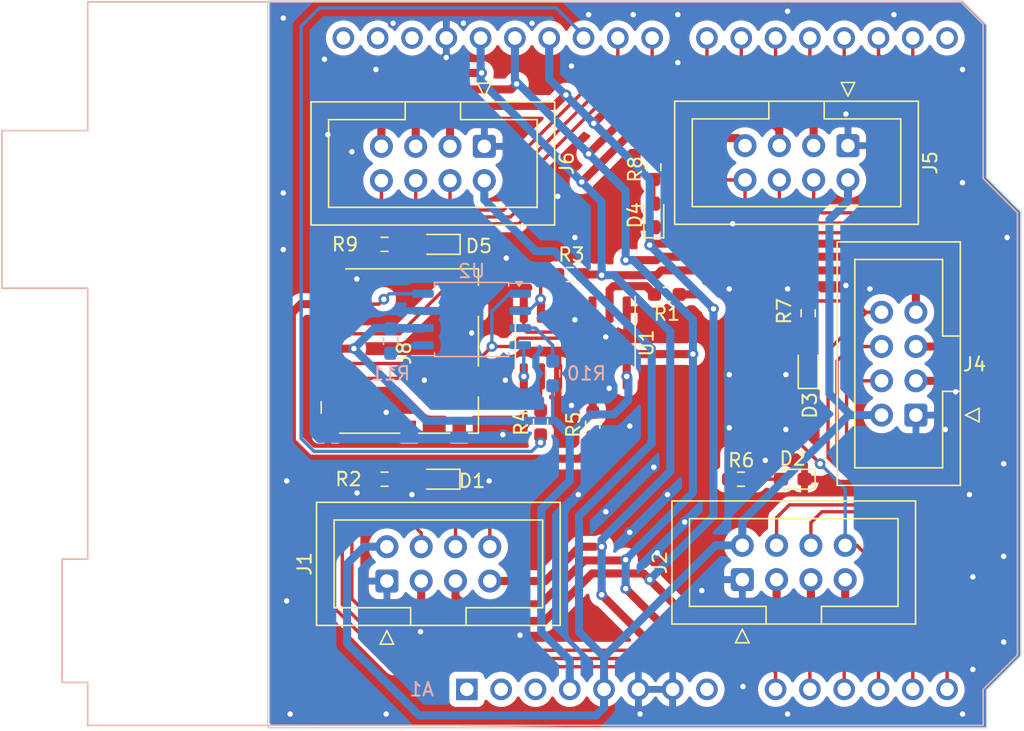
<source format=kicad_pcb>
(kicad_pcb (version 20240108) (generator "pcbnew") (generator_version "8.0")
  (layers (0 "F.Cu" signal) (31 "B.Cu" signal) (34 "B.Paste" user) (35 "F.Paste" user) (36 "B.SilkS" user "B.Silkscreen") (37 "F.SilkS" user "F.Silkscreen") (38 "B.Mask" user) (39 "F.Mask" user) (44 "Edge.Cuts" user))
  (net 0 "")
  (net 4 "+3V3")
  (net 5 "GND")
  (net 6 "CS1")
  (net 9 "RST4")
  (net 10 "RST5")
  (net 11 "MOSI")
  (net 12 "MISO")
  (net 13 "SCK")
  (net 14 "Net-(D1-A)")
  (net 19 "CS1_1")
  (net 20 "MOSI_1")
  (net 21 "SCK_1")
  (net 22 "MISO_1")
  (net 23 "Net-(R1-Pad2)")
  (net 24 "CS2")
  (net 25 "Net-(R3-Pad2)")
  (net 26 "Net-(R4-Pad2)")
  (net 27 "Net-(R5-Pad2)")
  (net 28 "+5V")
  (net 29 "Net-(D2-A)")
  (net 30 "Net-(D3-A)")
  (net 31 "Net-(D4-A)")
  (net 32 "Net-(D5-A)")
  (net 33 "INT1")
  (net 34 "CS3")
  (net 35 "INT2")
  (net 36 "INT3")
  (net 37 "CS4")
  (net 38 "INT4")
  (net 39 "CS5")
  (net 40 "INT5")
  (net 41 "CS6")
  (net 42 "RST3")
  (net 43 "RST1")
  (net 44 "RST2")
  (net 48 "Net-(U2-~{RESET})")
  (net 49 "Net-(U2-~{WP})")
  (footprint "Resistor_SMD:R_0603_1608Metric_Pad0.98x0.95mm_HandSolder" (layer "F.Cu") (at 149.606 56.642 90)
    (property "Reference" "R4")
    (property "Value" "3.3k")
  )
  (footprint "Resistor_SMD:R_0603_1608Metric_Pad0.98x0.95mm_HandSolder" (layer "F.Cu") (at 169.418 48.5375 -90)
    (property "Reference" "R7")
    (property "Value" "1k" (hide yes))
  )
  (footprint "Connector_IDC:IDC-Header_2x04_P2.54mm_Vertical" (layer "F.Cu") (at 138.2268 68.3768 90)
    (property "Reference" "J1")
    (property "Value" "Conn_02x04_Counter_Clockwise" (hide yes))
  )
  (footprint "Connector_IDC:IDC-Header_2x04_P2.54mm_Vertical" (layer "F.Cu") (at 172.3644 36.1188 -90)
    (property "Reference" "J5")
    (property "Value" "Conn_02x04_Counter_Clockwise" (hide yes))
  )
  (footprint "Connector_IDC:IDC-Header_2x04_P2.54mm_Vertical" (layer "F.Cu") (at 164.5412 68.2752 90)
    (property "Reference" "J2")
    (property "Value" "Conn_02x04_Counter_Clockwise" (hide yes))
  )
  (footprint "Resistor_SMD:R_0603_1608Metric_Pad0.98x0.95mm_HandSolder" (layer "F.Cu") (at 151.7904 45.6692 180)
    (property "Reference" "R3")
    (property "Value" "3.3k")
  )
  (footprint "Resistor_SMD:R_0603_1608Metric_Pad0.98x0.95mm_HandSolder" (layer "F.Cu") (at 158.9532 47.1424 180)
    (property "Reference" "R1")
    (property "Value" "3.3k")
  )
  (footprint "Connector_Card:microSD_HC_Molex_104031-0811" (layer "F.Cu") (at 139.181 51.355 90)
    (property "Reference" "J8")
    (property "Value" "Micro_SD_Card_Det2" (hide yes))
  )
  (footprint "LED_SMD:LED_0603_1608Metric_Pad1.05x0.95mm_HandSolder" (layer "F.Cu") (at 141.986 43.434 180)
    (property "Reference" "D5")
    (property "Value" "LED" (hide yes))
  )
  (footprint "Package_SO:SOIC-14_3.9x8.7mm_P1.27mm" (layer "F.Cu") (at 152.1734 50.741 -90)
    (property "Reference" "U1")
    (property "Value" "74LVC125")
  )
  (footprint "LED_SMD:LED_0603_1608Metric_Pad1.05x0.95mm_HandSolder" (layer "F.Cu") (at 157.988 41.289 90)
    (property "Reference" "D4")
    (property "Value" "LED" (hide yes))
  )
  (footprint "Connector_IDC:IDC-Header_2x04_P2.54mm_Vertical" (layer "F.Cu") (at 145.4404 36.1696 -90)
    (property "Reference" "J6")
    (property "Value" "Conn_02x04_Counter_Clockwise")
  )
  (footprint "Connector_IDC:IDC-Header_2x04_P2.54mm_Vertical" (layer "F.Cu") (at 177.3936 56.0832 180)
    (property "Reference" "J4")
    (property "Value" "Conn_02x04_Counter_Clockwise" (hide yes))
  )
  (footprint "LED_SMD:LED_0603_1608Metric_Pad1.05x0.95mm_HandSolder" (layer "F.Cu") (at 168.275 60.833 180)
    (property "Reference" "D2")
    (property "Value" "LED" (hide yes))
  )
  (footprint "Resistor_SMD:R_0603_1608Metric_Pad0.98x0.95mm_HandSolder" (layer "F.Cu") (at 138.049 60.833)
    (property "Reference" "R2")
    (property "Value" "1k")
  )
  (footprint "Resistor_SMD:R_0603_1608Metric_Pad0.98x0.95mm_HandSolder" (layer "F.Cu") (at 164.4415 60.833)
    (property "Reference" "R6")
    (property "Value" "1k" (hide yes))
  )
  (footprint "LED_SMD:LED_0603_1608Metric_Pad1.05x0.95mm_HandSolder" (layer "F.Cu") (at 169.418 52.451 90)
    (property "Reference" "D3")
    (property "Value" "LED" (hide yes))
  )
  (footprint "LED_SMD:LED_0603_1608Metric_Pad1.05x0.95mm_HandSolder" (layer "F.Cu") (at 141.972 60.833 180)
    (property "Reference" "D1")
    (property "Value" "LED" (hide yes))
  )
  (footprint "Resistor_SMD:R_0603_1608Metric_Pad0.98x0.95mm_HandSolder" (layer "F.Cu") (at 138.049 43.434)
    (property "Reference" "R9")
    (property "Value" "1k" (hide yes))
  )
  (footprint "Resistor_SMD:R_0603_1608Metric_Pad0.98x0.95mm_HandSolder" (layer "F.Cu") (at 157.988 37.719 -90)
    (property "Reference" "R8")
    (property "Value" "1k" (hide yes))
  )
  (footprint "Resistor_SMD:R_0603_1608Metric_Pad0.98x0.95mm_HandSolder" (layer "F.Cu") (at 153.4668 56.7944 90)
    (property "Reference" "R5")
    (property "Value" "3.3k")
  )
  (footprint "Module:Arduino_UNO_R3" (layer "B.Cu") (at 144.145 76.4032)
    (property "Reference" "A1")
    (property "Value" "Arduino_UNO_R3")
  )
  (footprint "Package_SO:SOIC-8_5.275x5.275mm_P1.27mm" (layer "B.Cu") (at 144.5 49 180)
    (property "Reference" "U2")
    (property "Value" "AT45DB641E")
  )
  (footprint "Resistor_SMD:R_0603_1608Metric_Pad0.98x0.95mm_HandSolder" (layer "B.Cu") (at 138.5 50.5875 -90)
    (property "Reference" "R11")
    (property "Value" "10k")
  )
  (footprint "Resistor_SMD:R_0603_1608Metric_Pad0.98x0.95mm_HandSolder" (layer "B.Cu") (at 150.5 53 -90)
    (property "Reference" "R10")
    (property "Value" "10k")
  )
  (gr_line (start 182.626 38.481) (end 185.166 41.021) (stroke (width 0.1)) (layer "Edge.Cuts"))
  (gr_line (start 129.413 25.4) (end 180.848 25.4) (stroke (width 0.1)) (layer "Edge.Cuts"))
  (gr_line (start 185.166 41.021) (end 185.166 73.914) (stroke (width 0.1)) (layer "Edge.Cuts"))
  (gr_line (start 182.626 76.454) (end 182.626 79.248) (stroke (width 0.1)) (layer "Edge.Cuts"))
  (gr_line (start 180.848 25.4) (end 182.626 27.178) (stroke (width 0.1)) (layer "Edge.Cuts"))
  (gr_line (start 182.626 27.178) (end 182.626 38.481) (stroke (width 0.1)) (layer "Edge.Cuts"))
  (gr_line (start 129.413 79.248) (end 129.413 25.4) (stroke (width 0.1)) (layer "Edge.Cuts"))
  (gr_line (start 182.626 79.248) (end 129.413 79.248) (stroke (width 0.1)) (layer "Edge.Cuts"))
  (gr_line (start 185.166 73.914) (end 182.626 76.454) (stroke (width 0.1)) (layer "Edge.Cuts"))
  (segment (start 133.731 51.16) (end 135.784 51.16) (width 0.6) (layer "F.Cu") (net 4))
  (segment (start 135.784 51.16) (end 135.7884 51.1556) (width 0.6) (layer "F.Cu") (net 4))
  (via (at 155.9834 53.216) (size 0.8) (drill 0.4) (layers "F.Cu" "B.Cu") (net 4))
  (via (at 135.7884 51.1556) (size 0.8) (drill 0.4) (layers "F.Cu" "B.Cu") (net 4))
  (segment (start 149.6568 72.136) (end 149.6568 63.0428) (width 0.6) (layer "B.Cu") (net 4))
  (segment (start 155.0416 56.0324) (end 156.1084 54.9656) (width 0.6) (layer "B.Cu") (net 4))
  (segment (start 145 56.5) (end 141.1328 56.5) (width 0.6) (layer "B.Cu") (net 4))
  (segment (start 156.1084 54.9656) (end 156.1084 53.341) (width 0.6) (layer "B.Cu") (net 4))
  (segment (start 138.5 49.675) (end 140.86 49.675) (width 0.6) (layer "B.Cu") (net 4))
  (segment (start 153.3144 56.0324) (end 155.0416 56.0324) (width 0.6) (layer "B.Cu") (net 4))
  (segment (start 137.309 49.635) (end 140.9 49.635) (width 0.6) (layer "B.Cu") (net 4))
  (segment (start 150.6832 56.5) (end 145 56.5) (width 0.6) (layer "B.Cu") (net 4))
  (segment (start 151.765 74.2442) (end 149.6568 72.136) (width 0.6) (layer "B.Cu") (net 4))
  (segment (start 151.765 57.5818) (end 150.6832 56.5) (width 0.6) (layer "B.Cu") (net 4))
  (segment (start 151.765 60.9346) (end 151.765 57.5818) (width 0.6) (layer "B.Cu") (net 4))
  (segment (start 144.9125 56.4125) (end 145 56.5) (width 0.25) (layer "B.Cu") (net 4))
  (segment (start 149.6568 63.0428) (end 151.765 60.9346) (width 0.6) (layer "B.Cu") (net 4))
  (segment (start 151.765 57.5818) (end 153.3144 56.0324) (width 0.6) (layer "B.Cu") (net 4))
  (segment (start 135.7884 51.1556) (end 137.309 49.635) (width 0.6) (layer "B.Cu") (net 4))
  (segment (start 156.1084 53.341) (end 155.9834 53.216) (width 0.6) (layer "B.Cu") (net 4))
  (segment (start 151.765 76.4032) (end 151.765 74.2442) (width 0.6) (layer "B.Cu") (net 4))
  (segment (start 150.5 53.9125) (end 150.5 56.3168) (width 0.25) (layer "B.Cu") (net 4))
  (segment (start 140.86 49.675) (end 140.9 49.635) (width 0.6) (layer "B.Cu") (net 4))
  (segment (start 141.1328 56.5) (end 135.7884 51.1556) (width 0.6) (layer "B.Cu") (net 4))
  (segment (start 150.5 56.3168) (end 150.6832 56.5) (width 0.25) (layer "B.Cu") (net 4))
  (segment (start 148.59 49.9364) (end 151.892 49.9364) (width 0.25) (layer "F.Cu") (net 5))
  (segment (start 148.3634 48.266) (end 148.3634 48.9946) (width 0.25) (layer "F.Cu") (net 5))
  (segment (start 148.3634 49.0494) (end 148.3634 49.7098) (width 0.25) (layer "F.Cu") (net 5))
  (segment (start 152.146 49.022) (end 152.1734 48.9946) (width 0.25) (layer "F.Cu") (net 5))
  (segment (start 155.9834 49.7566) (end 155.9834 48.266) (width 0.25) (layer "F.Cu") (net 5))
  (segment (start 153.645996 50.292) (end 153.101596 50.8364) (width 0.25) (layer "F.Cu") (net 5))
  (segment (start 152.1734 49.0494) (end 152.146 49.022) (width 0.25) (layer "F.Cu") (net 5))
  (segment (start 152.1734 48.9946) (end 152.1734 48.266) (width 0.25) (layer "F.Cu") (net 5))
  (segment (start 148.336 49.022) (end 148.3634 49.0494) (width 0.25) (layer "F.Cu") (net 5))
  (segment (start 154.432 50.292) (end 153.645996 50.292) (width 0.25) (layer "F.Cu") (net 5))
  (segment (start 151.892 49.9364) (end 152.1734 49.655) (width 0.25) (layer "F.Cu") (net 5))
  (segment (start 150.9034 51.687) (end 151.754 50.8364) (width 0.25) (layer "F.Cu") (net 5))
  (segment (start 148.3634 48.9946) (end 148.336 49.022) (width 0.25) (layer "F.Cu") (net 5))
  (segment (start 148.3634 49.7098) (end 148.59 49.9364) (width 0.25) (layer "F.Cu") (net 5))
  (segment (start 151.754 50.8364) (end 153.101596 50.8364) (width 0.25) (layer "F.Cu") (net 5))
  (segment (start 154.432 50.292) (end 155.448 50.292) (width 0.25) (layer "F.Cu") (net 5))
  (segment (start 152.1734 49.655) (end 152.1734 49.0494) (width 0.25) (layer "F.Cu") (net 5))
  (segment (start 150.9034 53.216) (end 150.9034 51.687) (width 0.25) (layer "F.Cu") (net 5))
  (segment (start 155.448 50.292) (end 155.9834 49.7566) (width 0.25) (layer "F.Cu") (net 5))
  (via (at 160.274 64.008) (size 0.8) (drill 0.4) (layers "F.Cu" "B.Cu") (net 5))
  (via (at 153.162 26.416) (size 0.8) (drill 0.4) (layers "F.Cu" "B.Cu") (net 5))
  (via (at 156.21 64.77) (size 0.8) (drill 0.4) (layers "F.Cu" "B.Cu") (net 5))
  (via (at 138.176 78.232) (size 0.8) (drill 0.4) (layers "F.Cu" "B.Cu") (net 5))
  (via (at 167.767 57.15) (size 0.8) (drill 0.4) (layers "F.Cu" "B.Cu") (net 5))
  (via (at 163.576 46.736) (size 0.8) (drill 0.4) (layers "F.Cu" "B.Cu") (net 5))
  (via (at 152.4 61.976) (size 0.8) (drill 0.4) (layers "F.Cu" "B.Cu") (net 5))
  (via (at 175.768 26.416) (size 0.8) (drill 0.4) (layers "F.Cu" "B.Cu") (net 5))
  (via (at 181.61 74.93) (size 0.8) (drill 0.4) (layers "F.Cu" "B.Cu") (net 5))
  (via (at 152.146 49.022) (size 0.8) (drill 0.4) (layers "F.Cu" "B.Cu") (net 5))
  (via (at 164.592 76.2) (size 0.8) (drill 0.4) (layers "F.Cu" "B.Cu") (net 5))
  (via (at 154.686 54.102) (size 0.8) (drill 0.4) (layers "F.Cu" "B.Cu") (net 5))
  (via (at 159.766 29.972) (size 0.8) (drill 0.4) (layers "F.Cu" "B.Cu") (net 5))
  (via (at 148.971 27.051) (size 0.8) (drill 0.4) (layers "F.Cu" "B.Cu") (net 5))
  (via (at 133.858 35.306) (size 0.8) (drill 0.4) (layers "F.Cu" "B.Cu") (net 5))
  (via (at 133.604 29.718) (size 0.8) (drill 0.4) (layers "F.Cu" "B.Cu") (net 5))
  (via (at 144.5 50) (size 0.8) (drill 0.4) (layers "F.Cu" "B.Cu") (net 5))
  (via (at 156.972 78.232) (size 0.8) (drill 0.4) (layers "F.Cu" "B.Cu") (net 5))
  (via (at 157.988 59.944) (size 0.8) (drill 0.4) (layers "F.Cu" "B.Cu") (net 5))
  (via (at 159.004 61.976) (size 0.8) (drill 0.4) (layers "F.Cu" "B.Cu") (net 5))
  (via (at 180.848 78.232) (size 0.8) (drill 0.4) (layers "F.Cu" "B.Cu") (net 5))
  (via (at 142.621 29.591) (size 0.8) (drill 0.4) (layers "F.Cu" "B.Cu") (net 5))
  (via (at 181.356 61.976) (size 0.8) (drill 0.4) (layers "F.Cu" "B.Cu") (net 5))
  (via (at 141 53.5) (size 0.8) (drill 0.4) (layers "F.Cu" "B.Cu") (net 5))
  (via (at 172.212 46.482) (size 0.8) (drill 0.4) (layers "F.Cu" "B.Cu") (net 5))
  (via (at 136 46) (size 0.8) (drill 0.4) (layers "F.Cu" "B.Cu") (net 5))
  (via (at 163.576 53.086) (size 0.8) (drill 0.4) (layers "F.Cu" "B.Cu") (net 5))
  (via (at 130.556 26.67) (size 0.8) (drill 0.4) (layers "F.Cu" "B.Cu") (net 5))
  (via (at 154.432 63.246) (size 0.8) (drill 0.4) (layers "F.Cu" "B.Cu") (net 5))
  (via (at 151.892 55.372) (size 0.8) (drill 0.4) (layers "F.Cu" "B.Cu") (net 5))
  (via (at 143.891 27.051) (size 0.8) (drill 0.4) (layers "F.Cu" "B.Cu") (net 5))
  (via (at 140.081 61.976) (size 0.8) (drill 0.4) (layers "F.Cu" "B.Cu") (net 5))
  (via (at 138.176 55.88) (size 0.8) (drill 0.4) (layers "F.Cu" "B.Cu") (net 5))
  (via (at 154.432 50.292) (size 0.8) (drill 0.4) (layers "F.Cu" "B.Cu") (net 5))
  (via (at 158.242 66.294) (size 0.8) (drill 0.4) (layers "F.Cu" "B.Cu") (net 5))
  (via (at 166.243 59.436) (size 0.8) (drill 0.4) (layers "F.Cu" "B.Cu") (net 5))
  (via (at 135.636 36.576) (size 0.8) (drill 0.4) (layers "F.Cu" "B.Cu") (net 5))
  (via (at 183.896 72.898) (size 0.8) (drill 0.4) (layers "F.Cu" "B.Cu") (net 5))
  (via (at 167.894 46.736) (size 0.8) (drill 0.4) (layers "F.Cu" "B.Cu") (net 5))
  (via (at 136.017 61.849) (size 0.8) (drill 0.4) (layers "F.Cu" "B.Cu") (net 5))
  (via (at 172.212 33.782) (size 0.8) (drill 0.4) (layers "F.Cu" "B.Cu") (net 5))
  (via (at 184.15 42.926) (size 0.8) (drill 0.4) (layers "F.Cu" "B.Cu") (net 5))
  (via (at 163.83 41.91) (size 0.8) (drill 0.4) (layers "F.Cu" "B.Cu") (net 5))
  (via (at 167.767 53.086) (size 0.8) (drill 0.4) (layers "F.Cu" "B.Cu") (net 5))
  (via (at 173.99 46.736) (size 0.8) (drill 0.4) (layers "F.Cu" "B.Cu") (net 5))
  (via (at 147 53.5) (size 0.8) (drill 0.4) (layers "F.Cu" "B.Cu") (net 5))
  (via (at 151.892 30.226) (size 0.8) (drill 0.4) (layers "F.Cu" "B.Cu") (net 5))
  (via (at 156.21 56.896) (size 0.8) (drill 0.4) (layers "F.Cu" "B.Cu") (net 5))
  (via (at 145.796 60.96) (size 0.8) (drill 0.4) (layers "F.Cu" "B.Cu") (net 5))
  (via (at 156.464 26.416) (size 0.8) (drill 0.4) (layers "F.Cu" "B.Cu") (net 5))
  (via (at 150.876 39.878) (size 0.8) (drill 0.4) (layers "F.Cu" "B.Cu") (net 5))
  (via (at 152.146 42.926) (size 0.8) (drill 0.4) (layers "F.Cu" "B.Cu") (net 5))
  (via (at 159.766 26.416) (size 0.8) (drill 0.4) (layers "F.Cu" "B.Cu") (net 5))
  (via (at 130.556 43.815) (size 0.8) (drill 0.4) (layers "F.Cu" "B.Cu") (net 5))
  (via (at 147.066 44.45) (size 0.8) (drill 0.4) (layers "F.Cu" "B.Cu") (net 5))
  (via (at 130.81 69.85) (size 0.8) (drill 0.4) (layers "F.Cu" "B.Cu") (net 5))
  (via (at 148.082 72.39) (size 0.8) (drill 0.4) (layers "F.Cu" "B.Cu") (net 5))
  (via (at 167.894 78.232) (size 0.8) (drill 0.4) (layers "F.Cu" "B.Cu") (net 5))
  (via (at 131.064 78.232) (size 0.8) (drill 0.4) (layers "F.Cu" "B.Cu") (net 5))
  (via (at 138.684 27.051) (size 0.8) (drill 0.4) (layers "F.Cu" "B.Cu") (net 5))
  (via (at 163.576 57.023) (size 0.8) (drill 0.4) (layers "F.Cu" "B.Cu") (net 5))
  (via (at 130.81 60.96) (size 0.8) (drill 0.4) (layers "F.Cu" "B.Cu") (net 5))
  (via (at 137.414 30.48) (size 0.8) (drill 0.4) (layers "F.Cu" "B.Cu") (net 5))
  (via (at 183.896 59.69) (size 0.8) (drill 0.4) (layers "F.Cu" "B.Cu") (net 5))
  (via (at 180.34 54.356) (size 0.8) (drill 0.4) (layers "F.Cu" "B.Cu") (net 5))
  (via (at 180.848 38.862) (size 0.8) (drill 0.4) (layers "F.Cu" "B.Cu") (net 5))
  (via (at 140.716 72.136) (size 0.8) (drill 0.4) (layers "F.Cu" "B.Cu") (net 5))
  (via (at 183.896 66.548) (size 0.8) (drill 0.4) (layers "F.Cu" "B.Cu") (net 5))
  (via (at 180.848 30.48) (size 0.8) (drill 0.4) (layers "F.Cu" "B.Cu") (net 5))
  (via (at 179.578 57.15) (size 0.8) (drill 0.4) (layers "F.Cu" "B.Cu") (net 5))
  (via (at 130.556 39.624) (size 0.8) (drill 0.4) (layers "F.Cu" "B.Cu") (net 5))
  (via (at 161.544 69.088) (size 0.8) (drill 0.4) (layers "F.Cu" "B.Cu") (net 5))
  (via (at 167.894 26.162) (size 0.8) (drill 0.4) (layers "F.Cu" "B.Cu") (net 5))
  (via (at 146.812 57.531) (size 0.8) (drill 0.4) (layers "F.Cu" "B.Cu") (net 5))
  (via (at 181.61 68.072) (size 0.8) (drill 0.4) (layers "F.Cu" "B.Cu") (net 5))
  (segment (start 143.151 48.365) (end 147.066 44.45) (width 0.6) (layer "B.Cu") (net 5))
  (segment (start 140.9 48.365) (end 143.151 48.365) (width 0.6) (layer "B.Cu") (net 5))
  (via (at 149.606 58.1152) (size 0.8) (drill 0.4) (layers "F.Cu" "B.Cu") (net 6))
  (segment (start 152.785 28.1432) (end 152.785 27.944) (width 0.25) (layer "B.Cu") (net 6))
  (segment (start 152.785 27.944) (end 150.749 25.908) (width 0.25) (layer "B.Cu") (net 6))
  (segment (start 131.8768 27.2796) (end 131.8768 57.8104) (width 0.25) (layer "B.Cu") (net 6))
  (segment (start 133.2484 25.908) (end 131.8768 27.2796) (width 0.25) (layer "B.Cu") (net 6))
  (segment (start 131.8768 57.8104) (end 132.842 58.7756) (width 0.25) (layer "B.Cu") (net 6))
  (segment (start 150.749 25.908) (end 133.2484 25.908) (width 0.25) (layer "B.Cu") (net 6))
  (segment (start 148.9456 58.7756) (end 149.606 58.1152) (width 0.25) (layer "B.Cu") (net 6))
  (segment (start 132.842 58.7756) (end 148.9456 58.7756) (width 0.25) (layer "B.Cu") (net 6))
  (segment (start 175.6664 40.7924) (end 174.5996 41.8592) (width 0.25) (layer "F.Cu") (net 9))
  (segment (start 167.005 31.4706) (end 167.4368 31.9024) (width 0.25) (layer "F.Cu") (net 9))
  (segment (start 174.244 31.9024) (end 175.6664 33.3248) (width 0.25) (layer "F.Cu") (net 9))
  (segment (start 167.4368 31.9024) (end 174.244 31.9024) (width 0.25) (layer "F.Cu") (net 9))
  (segment (start 169.0116 41.8592) (end 167.2844 40.132) (width 0.25) (layer "F.Cu") (net 9))
  (segment (start 167.2844 40.132) (end 167.2844 38.6588) (width 0.25) (layer "F.Cu") (net 9))
  (segment (start 174.5996 41.8592) (end 169.0116 41.8592) (width 0.25) (layer "F.Cu") (net 9))
  (segment (start 175.6664 33.3248) (end 175.6664 40.7924) (width 0.25) (layer "F.Cu") (net 9))
  (segment (start 167.005 28.1432) (end 167.005 31.4706) (width 0.25) (layer "F.Cu") (net 9))
  (segment (start 157.865 28.1432) (end 157.865 29.587) (width 0.25) (layer "F.Cu") (net 10))
  (segment (start 157.0664 30.3856) (end 155.5424 30.3856) (width 0.25) (layer "F.Cu") (net 10))
  (segment (start 148.7932 39.9796) (end 147.3708 41.402) (width 0.25) (layer "F.Cu") (net 10))
  (segment (start 155.5424 30.3856) (end 148.7932 37.1348) (width 0.25) (layer "F.Cu") (net 10))
  (segment (start 148.7932 37.1348) (end 148.7932 39.9796) (width 0.25) (layer "F.Cu") (net 10))
  (segment (start 140.3604 40.7924) (end 140.3604 38.7096) (width 0.25) (layer "F.Cu") (net 10))
  (segment (start 147.3708 41.402) (end 140.97 41.402) (width 0.25) (layer "F.Cu") (net 10))
  (segment (start 140.97 41.402) (end 140.3604 40.7924) (width 0.25) (layer "F.Cu") (net 10))
  (segment (start 157.865 29.587) (end 157.0664 30.3856) (width 0.25) (layer "F.Cu") (net 10))
  (segment (start 144.2212 33.1724) (end 150.622 33.1724) (width 0.6) (layer "F.Cu") (net 11))
  (segment (start 180.4924 45.5676) (end 178.308 43.3832) (width 0.6) (layer "F.Cu") (net 11))
  (segment (start 153.416 67.818) (end 157.226 67.818) (width 0.6) (layer "F.Cu") (net 11))
  (segment (start 157.7848 43.3832) (end 157.6832 43.4848) (width 0.6) (layer "F.Cu") (net 11))
  (segment (start 157.226 67.818) (end 157.6832 68.2752) (width 0.6) (layer "F.Cu") (net 11))
  (segment (start 168.5544 33.4772) (end 154.5336 33.4772) (width 0.6) (layer "F.Cu") (net 11))
  (segment (start 142.9004 36.1696) (end 142.9004 34.4932) (width 0.6) (layer "F.Cu") (net 11))
  (segment (start 140.7668 68.3768) (end 140.7668 69.7992) (width 0.6) (layer "F.Cu") (net 11))
  (segment (start 169.8244 34.7472) (end 168.5544 33.4772) (width 0.6) (layer "F.Cu") (net 11))
  (segment (start 142.3036 71.336) (end 149.898 71.336) (width 0.6) (layer "F.Cu") (net 11))
  (segment (start 166.2176 70.8152) (end 160.2232 70.8152) (width 0.6) (layer "F.Cu") (net 11))
  (segment (start 142.9004 34.4932) (end 144.2212 33.1724) (width 0.6) (layer "F.Cu") (net 11))
  (segment (start 161.3408 47.1424) (end 162.4076 48.2092) (width 0.6) (layer "F.Cu") (net 11))
  (segment (start 167.0812 69.9516) (end 166.2176 70.8152) (width 0.6) (layer "F.Cu") (net 11))
  (segment (start 159.8657 47.1424) (end 161.3408 47.1424) (width 0.6) (layer "F.Cu") (net 11))
  (segment (start 178.9684 53.5432) (end 180.4924 52.0192) (width 0.6) (layer "F.Cu") (net 11))
  (segment (start 140.7668 69.7992) (end 142.3036 71.336) (width 0.6) (layer "F.Cu") (net 11))
  (segment (start 167.0812 68.2752) (end 167.0812 69.9516) (width 0.6) (layer "F.Cu") (net 11))
  (segment (start 149.898 71.336) (end 153.416 67.818) (width 0.6) (layer "F.Cu") (net 11))
  (segment (start 160.2232 70.8152) (end 157.6832 68.2752) (width 0.6) (layer "F.Cu") (net 11))
  (segment (start 180.4924 52.0192) (end 180.4924 45.5676) (width 0.6) (layer "F.Cu") (net 11))
  (segment (start 169.8244 36.1188) (end 169.8244 34.7472) (width 0.6) (layer "F.Cu") (net 11))
  (segment (start 177.3936 53.5432) (end 178.9684 53.5432) (width 0.6) (layer "F.Cu") (net 11))
  (segment (start 154.5336 33.4772) (end 153.543 34.4678) (width 0.6) (layer "F.Cu") (net 11))
  (segment (start 178.308 43.3832) (end 157.7848 43.3832) (width 0.6) (layer "F.Cu") (net 11))
  (segment (start 150.622 33.1724) (end 151.4348 32.3596) (width 0.6) (layer "F.Cu") (net 11))
  (via (at 153.543 34.4678) (size 0.8) (drill 0.4) (layers "F.Cu" "B.Cu") (net 11))
  (via (at 162.4076 48.2092) (size 0.8) (drill 0.4) (layers "F.Cu" "B.Cu") (net 11))
  (via (at 157.6832 68.2752) (size 0.8) (drill 0.4) (layers "F.Cu" "B.Cu") (net 11))
  (via (at 157.6832 43.4848) (size 0.8) (drill 0.4) (layers "F.Cu" "B.Cu") (net 11))
  (via (at 151.4856 32.3596) (size 0.8) (drill 0.4) (layers "F.Cu" "B.Cu") (net 11))
  (segment (start 157.6832 38.608) (end 157.6832 43.4848) (width 0.6) (layer "B.Cu") (net 11))
  (segment (start 153.543 34.4678) (end 157.6832 38.608) (width 0.6) (layer "B.Cu") (net 11))
  (segment (start 157.6832 43.4848) (end 162.4076 48.2092) (width 0.6) (layer "B.Cu") (net 11))
  (segment (start 162.4076 63.5508) (end 157.6832 68.2752) (width 0.6) (layer "B.Cu") (net 11))
  (segment (start 150.245 31.1698) (end 153.543 34.4678) (width 0.6) (layer "B.Cu") (net 11))
  (segment (start 150.245 28.1432) (end 150.245 31.1698) (width 0.6) (layer "B.Cu") (net 11))
  (segment (start 162.4076 48.2092) (end 162.4076 63.5508) (width 0.6) (layer "B.Cu") (net 11))
  (segment (start 152.1734 52.2966) (end 152.908 51.562) (width 0.6) (layer "F.Cu") (net 12))
  (segment (start 149.606 70.104) (end 152.8572 66.8528) (width 0.6) (layer "F.Cu") (net 12))
  (segment (start 166.7764 34.4424) (end 155.448 34.4424) (width 0.6) (layer "F.Cu") (net 12))
  (segment (start 152.8572 66.8528) (end 155.8544 66.8528) (width 0.6) (layer "F.Cu") (net 12))
  (segment (start 140.3604 36.1696) (end 140.3604 33.782) (width 0.6) (layer "F.Cu") (net 12))
  (segment (start 155.448 34.4424) (end 153.162 36.7284) (width 0.6) (layer "F.Cu") (net 12))
  (segment (start 143.3068 69.5452) (end 143.8656 70.104) (width 0.6) (layer "F.Cu") (net 12))
  (segment (start 158.4452 44.3484) (end 158.1912 44.6024) (width 0.6) (layer "F.Cu") (net 12))
  (segment (start 179.5272 46.5328) (end 177.3428 44.3484) (width 0.6) (layer "F.Cu") (net 12))
  (segment (start 179.5272 50.5968) (end 179.5272 46.5328) (width 0.6) (layer "F.Cu") (net 12))
  (segment (start 155.8544 66.8528) (end 155.9052 66.802) (width 0.6) (layer "F.Cu") (net 12))
  (segment (start 167.2844 36.1188) (end 167.2844 34.9504) (width 0.6) (layer "F.Cu") (net 12))
  (segment (start 167.2844 34.9504) (end 166.7764 34.4424) (width 0.6) (layer "F.Cu") (net 12))
  (segment (start 179.1208 51.0032) (end 179.5272 50.5968) (width 0.6) (layer "F.Cu") (net 12))
  (segment (start 140.3604 33.782) (end 142.1892 31.9532) (width 0.6) (layer "F.Cu") (net 12))
  (segment (start 168.0972 71.8312) (end 158.8008 71.8312) (width 0.6) (layer "F.Cu") (net 12))
  (segment (start 142.1892 31.9532) (end 147.4216 31.9532) (width 0.6) (layer "F.Cu") (net 12))
  (segment (start 147.4216 31.9532) (end 147.828 31.5468) (width 0.6) (layer "F.Cu") (net 12))
  (segment (start 169.6212 68.2752) (end 169.6212 70.3072) (width 0.6) (layer "F.Cu") (net 12))
  (segment (start 169.6212 70.3072) (end 168.0972 71.8312) (width 0.6) (layer "F.Cu") (net 12))
  (segment (start 177.3428 44.3484) (end 158.4452 44.3484) (width 0.6) (layer "F.Cu") (net 12))
  (segment (start 152.1734 53.216) (end 152.1734 52.2966) (width 0.6) (layer "F.Cu") (net 12))
  (segment (start 158.1912 44.6024) (end 155.9052 44.6024) (width 0.6) (layer "F.Cu") (net 12))
  (segment (start 177.3936 51.0032) (end 179.1208 51.0032) (width 0.6) (layer "F.Cu") (net 12))
  (segment (start 143.3068 68.3768) (end 143.3068 69.5452) (width 0.6) (layer "F.Cu") (net 12))
  (segment (start 152.908 51.562) (end 160.8836 51.562) (width 0.6) (layer "F.Cu") (net 12))
  (segment (start 143.8656 70.104) (end 149.606 70.104) (width 0.6) (layer "F.Cu") (net 12))
  (segment (start 158.8008 71.8312) (end 155.9052 68.9356) (width 0.6) (layer "F.Cu") (net 12))
  (via (at 153.162 36.7284) (size 0.8) (drill 0.4) (layers "F.Cu" "B.Cu") (net 12))
  (via (at 160.8836 51.562) (size 0.8) (drill 0.4) (layers "F.Cu" "B.Cu") (net 12))
  (via (at 147.828 31.5468) (size 0.8) (drill 0.4) (layers "F.Cu" "B.Cu") (net 12))
  (via (at 155.9052 68.9356) (size 0.8) (drill 0.4) (layers "F.Cu" "B.Cu") (net 12))
  (via (at 155.9052 44.6024) (size 0.8) (drill 0.4) (layers "F.Cu" "B.Cu") (net 12))
  (via (at 155.9052 66.802) (size 0.8) (drill 0.4) (layers "F.Cu" "B.Cu") (net 12))
  (segment (start 160.8836 49.022) (end 160.8836 51.562) (width 0.6) (layer "B.Cu") (net 12))
  (segment (start 160.8836 61.8236) (end 155.9052 66.802) (width 0.6) (layer "B.Cu") (net 12))
  (segment (start 155.9052 66.802) (end 155.9052 68.9356) (width 0.6) (layer "B.Cu") (net 12))
  (segment (start 155.9052 44.6024) (end 156.464 44.6024) (width 0.6) (layer "B.Cu") (net 12))
  (segment (start 160.8836 51.562) (end 160.8836 61.8236) (width 0.6) (layer "B.Cu") (net 12))
  (segment (start 156.464 44.6024) (end 160.8836 49.022) (width 0.6) (layer "B.Cu") (net 12))
  (segment (start 147.705 31.2714) (end 153.162 36.7284) (width 0.6) (layer "B.Cu") (net 12))
  (segment (start 155.9052 39.4716) (end 155.9052 44.6024) (width 0.6) (layer "B.Cu") (net 12))
  (segment (start 153.162 36.7284) (end 155.9052 39.4716) (width 0.6) (layer "B.Cu") (net 12))
  (segment (start 147.705 28.1432) (end 147.705 31.2714) (width 0.6) (layer "B.Cu") (net 12))
  (segment (start 172.1612 70.7644) (end 170.18 72.7456) (width 0.6) (layer "F.Cu") (net 13))
  (segment (start 176.2252 45.3644) (end 158.560571 45.3644) (width 0.6) (layer "F.Cu") (net 13))
  (segment (start 137.8204 33.262905) (end 140.349305 30.734) (width 0.6) (layer "F.Cu") (net 13))
  (segment (start 154.0764 45.6692) (end 154.1272 45.72) (width 0.6) (layer "F.Cu") (net 13))
  (segment (start 137.8204 36.1696) (end 137.8204 33.262905) (width 0.6) (layer "F.Cu") (net 13))
  (segment (start 157.48 72.7456) (end 154.1272 69.3928) (width 0.6) (layer "F.Cu") (net 13))
  (segment (start 177.3936 48.4632) (end 177.3936 46.5328) (width 0.6) (layer "F.Cu") (net 13))
  (segment (start 152.5016 65.8368) (end 153.6192 65.8368) (width 0.6) (layer "F.Cu") (net 13))
  (segment (start 172.1612 68.2752) (end 172.1612 70.7644) (width 0.6) (layer "F.Cu") (net 13))
  (segment (start 158.204971 45.72) (end 154.1272 45.72) (width 0.6) (layer "F.Cu") (net 13))
  (segment (start 149.9616 68.3768) (end 152.5016 65.8368) (width 0.6) (layer "F.Cu") (net 13))
  (segment (start 158.560571 45.3644) (end 158.204971 45.72) (width 0.6) (layer "F.Cu") (net 13))
  (segment (start 164.1856 35.56) (end 155.9052 35.56) (width 0.6) (layer "F.Cu") (net 13))
  (segment (start 164.7444 36.1188) (end 164.1856 35.56) (width 0.6) (layer "F.Cu") (net 13))
  (segment (start 177.3936 46.5328) (end 176.2252 45.3644) (width 0.6) (layer "F.Cu") (net 13))
  (segment (start 152.7029 45.6692) (end 154.0764 45.6692) (width 0.6) (layer "F.Cu") (net 13))
  (segment (start 155.9052 35.56) (end 152.654 38.8112) (width 0.6) (layer "F.Cu") (net 13))
  (segment (start 170.18 72.7456) (end 157.48 72.7456) (width 0.6) (layer "F.Cu") (net 13))
  (segment (start 140.349305 30.734) (end 145.2372 30.734) (width 0.6) (layer "F.Cu") (net 13))
  (segment (start 145.8468 68.3768) (end 149.9616 68.3768) (width 0.6) (layer "F.Cu") (net 13))
  (via (at 145.2372 30.734) (size 0.8) (drill 0.4) (layers "F.Cu" "B.Cu") (net 13))
  (via (at 152.654 38.8112) (size 0.8) (drill 0.4) (layers "F.Cu" "B.Cu") (net 13))
  (via (at 154.1272 45.72) (size 0.8) (drill 0.4) (layers "F.Cu" "B.Cu") (net 13))
  (via (at 154.1272 65.8368) (size 0.8) (drill 0.4) (layers "F.Cu" "B.Cu") (net 13))
  (via (at 154.1272 69.3928) (size 0.8) (drill 0.4) (layers "F.Cu" "B.Cu") (net 13))
  (segment (start 154.1272 40.2844) (end 154.1272 45.72) (width 0.6) (layer "B.Cu") (net 13))
  (segment (start 155.0416 45.72) (end 159.2072 49.8856) (width 0.6) (layer "B.Cu") (net 13))
  (segment (start 154.1272 65.3288) (end 154.1272 69.3928) (width 0.6) (layer "B.Cu") (net 13))
  (segment (start 159.2072 60.2488) (end 154.1272 65.3288) (width 0.6) (layer "B.Cu") (net 13))
  (segment (start 145.165 31.3222) (end 152.654 38.8112) (width 0.6) (layer "B.Cu") (net 13))
  (segment (start 152.654 38.8112) (end 154.1272 40.2844) (width 0.6) (layer "B.Cu") (net 13))
  (segment (start 145.165 30.734) (end 145.165 31.3222) (width 0.6) (layer "B.Cu") (net 13))
  (segment (start 159.2072 49.8856) (end 159.2072 60.2488) (width 0.6) (layer "B.Cu") (net 13))
  (segment (start 154.1272 45.72) (end 155.0416 45.72) (width 0.6) (layer "B.Cu") (net 13))
  (segment (start 145.165 28.1432) (end 145.165 30.734) (width 0.6) (layer "B.Cu") (net 13))
  (segment (start 138.9615 60.833) (end 141.097 60.833) (width 0.25) (layer "F.Cu") (net 14))
  (segment (start 139.339 53.36) (end 133.731 53.36) (width 0.25) (layer "F.Cu") (net 19))
  (segment (start 141.478 55.499) (end 139.339 53.36) (width 0.25) (layer "F.Cu") (net 19))
  (segment (start 148.3634 53.216) (end 148.336 53.2434) (width 0.25) (layer "F.Cu") (net 19))
  (segment (start 148.336 53.2434) (end 148.336 54.991) (width 0.25) (layer "F.Cu") (net 19))
  (segment (start 148.336 54.991) (end 147.828 55.499) (width 0.25) (layer "F.Cu") (net 19))
  (segment (start 147.828 55.499) (end 141.478 55.499) (width 0.25) (layer "F.Cu") (net 19))
  (via (at 148.3634 53.216) (size 0.8) (drill 0.4) (layers "F.Cu" "B.Cu") (net 19))
  (segment (start 148.3634 51.1684) (end 148.1 50.905) (width 0.25) (layer "B.Cu") (net 19))
  (segment (start 148.3634 53.216) (end 148.3634 51.1684) (width 0.25) (layer "B.Cu") (net 19))
  (segment (start 153.4434 49.6296) (end 153.4434 48.266) (width 0.25) (layer "F.Cu") (net 20))
  (segment (start 147.9876 50.3864) (end 152.6866 50.3864) (width 0.25) (layer "F.Cu") (net 20))
  (segment (start 152.6866 50.3864) (end 153.4434 49.6296) (width 0.25) (layer "F.Cu") (net 20))
  (segment (start 144.74 52.26) (end 146 51) (width 0.25) (layer "F.Cu") (net 20))
  (segment (start 133.731 52.26) (end 144.74 52.26) (width 0.25) (layer "F.Cu") (net 20))
  (segment (start 147.374 51) (end 147.9876 50.3864) (width 0.25) (layer "F.Cu") (net 20))
  (segment (start 146 51) (end 147.374 51) (width 0.25) (layer "F.Cu") (net 20))
  (via (at 146 51) (size 0.8) (drill 0.4) (layers "F.Cu" "B.Cu") (net 20))
  (segment (start 146 48.395001) (end 147.300001 47.095) (width 0.25) (layer "B.Cu") (net 20))
  (segment (start 147.300001 47.095) (end 148.1 47.095) (width 0.25) (layer "B.Cu") (net 20))
  (segment (start 146 51) (end 146 48.395001) (width 0.25) (layer "B.Cu") (net 20))
  (segment (start 149.606 46.228) (end 149.606 47.5) (width 0.25) (layer "F.Cu") (net 21))
  (segment (start 149.225 45.847) (end 149.098 45.72) (width 0.25) (layer "F.Cu") (net 21))
  (segment (start 149.098 45.72) (end 143.51 45.72) (width 0.25) (layer "F.Cu") (net 21))
  (segment (start 149.225 45.847) (end 149.606 46.228) (width 0.25) (layer "F.Cu") (net 21))
  (segment (start 143.51 45.72) (end 139.17 50.06) (width 0.25) (layer "F.Cu") (net 21))
  (segment (start 149.606 48.2386) (end 149.6334 48.266) (width 0.25) (layer "F.Cu") (net 21))
  (segment (start 139.17 50.06) (end 133.731 50.06) (width 0.25) (layer "F.Cu") (net 21))
  (segment (start 149.606 47.5) (end 149.606 48.2386) (width 0.25) (layer "F.Cu") (net 21))
  (via (at 149.606 47.5) (size 0.8) (drill 0.4) (layers "F.Cu" "B.Cu") (net 21))
  (segment (start 148.1 48.365) (end 148.741 48.365) (width 0.25) (layer "B.Cu") (net 21))
  (segment (start 148.741 48.365) (end 149.606 47.5) (width 0.25) (layer "B.Cu") (net 21))
  (segment (start 153.4668 58.3692) (end 152.527 59.309) (width 0.6) (layer "F.Cu") (net 22))
  (segment (start 153.4668 57.7069) (end 153.4668 58.3692) (width 0.6) (layer "F.Cu") (net 22))
  (segment (start 131.191 58.039) (end 131.191 48.514) (width 0.6) (layer "F.Cu") (net 22))
  (segment (start 131.191 48.514) (end 131.845 47.86) (width 0.6) (layer "F.Cu") (net 22))
  (segment (start 132.461 59.309) (end 131.191 58.039) (width 0.6) (layer "F.Cu") (net 22))
  (segment (start 131.845 47.86) (end 133.731 47.86) (width 0.6) (layer "F.Cu") (net 22))
  (segment (start 133.731 47.86) (end 137.64 47.86) (width 0.25) (layer "F.Cu") (net 22))
  (segment (start 152.527 59.309) (end 132.461 59.309) (width 0.6) (layer "F.Cu") (net 22))
  (segment (start 137.64 47.86) (end 138 47.5) (width 0.25) (layer "F.Cu") (net 22))
  (via (at 138 47.5) (size 0.8) (drill 0.4) (layers "F.Cu" "B.Cu") (net 22))
  (segment (start 138 47.5) (end 138.405 47.095) (width 0.25) (layer "B.Cu") (net 22))
  (segment (start 138.405 47.095) (end 140.9 47.095) (width 0.25) (layer "B.Cu") (net 22))
  (segment (start 154.7134 46.8102) (end 154.7134 48.266) (width 0.6) (layer "F.Cu") (net 23))
  (segment (start 158.0407 47.1424) (end 157.4311 46.5328) (width 0.6) (layer "F.Cu") (net 23))
  (segment (start 154.9908 46.5328) (end 154.7134 46.8102) (width 0.6) (layer "F.Cu") (net 23))
  (segment (start 157.4311 46.5328) (end 154.9908 46.5328) (width 0.6) (layer "F.Cu") (net 23))
  (segment (start 134.1628 70.2056) (end 134.1628 63.3476) (width 0.25) (layer "F.Cu") (net 24))
  (segment (start 167.005 75.1586) (end 166.5732 74.7268) (width 0.25) (layer "F.Cu") (net 24))
  (segment (start 138.684 74.7268) (end 134.1628 70.2056) (width 0.25) (layer "F.Cu") (net 24))
  (segment (start 167.005 76.4032) (end 167.005 75.1586) (width 0.25) (layer "F.Cu") (net 24))
  (segment (start 135.0264 62.484) (end 134.62 62.0776) (width 0.25) (layer "F.Cu") (net 24))
  (segment (start 134.1628 63.3476) (end 135.0264 62.484) (width 0.25) (layer "F.Cu") (net 24))
  (segment (start 134.62 61.214) (end 135.001 60.833) (width 0.25) (layer "F.Cu") (net 24))
  (segment (start 134.62 62.0776) (end 134.62 61.214) (width 0.25) (layer "F.Cu") (net 24))
  (segment (start 145.8468 63.754) (end 145.8468 65.8368) (width 0.25) (layer "F.Cu") (net 24))
  (segment (start 135.0264 62.484) (end 135.5344 62.992) (width 0.25) (layer "F.Cu") (net 24))
  (segment (start 135.001 60.833) (end 137.1365 60.833) (width 0.25) (layer "F.Cu") (net 24))
  (segment (start 166.5732 74.7268) (end 138.684 74.7268) (width 0.25) (layer "F.Cu") (net 24))
  (segment (start 135.5344 62.992) (end 145.0848 62.992) (width 0.25) (layer "F.Cu") (net 24))
  (segment (start 145.0848 62.992) (end 145.8468 63.754) (width 0.25) (layer "F.Cu") (net 24))
  (segment (start 150.9034 45.6947) (end 150.8779 45.6692) (width 0.25) (layer "F.Cu") (net 25))
  (segment (start 150.9034 48.266) (end 150.9034 45.6947) (width 0.6) (layer "F.Cu") (net 25))
  (segment (start 149.606 55.7295) (end 149.606 53.2434) (width 0.25) (layer "F.Cu") (net 26))
  (segment (start 149.606 53.2434) (end 149.6334 53.216) (width 0.25) (layer "F.Cu") (net 26))
  (segment (start 153.4668 53.2394) (end 153.4434 53.216) (width 0.25) (layer "F.Cu") (net 27))
  (segment (start 153.4668 55.8819) (end 153.4668 53.2394) (width 0.6) (layer "F.Cu") (net 27))
  (segment (start 164.5412 65.7352) (end 164.5412 63.9572) (width 0.6) (layer "B.Cu") (net 28))
  (segment (start 154.305 76.4032) (end 154.305 77.7494) (width 0.6) (layer "B.Cu") (net 28))
  (segment (start 172.5676 56.0832) (end 170.9928 54.5084) (width 0.6) (layer "B.Cu") (net 28))
  (segment (start 153.7208 78.3336) (end 140.6144 78.3336) (width 0.6) (layer "B.Cu") (net 28))
  (segment (start 140.6144 78.3336) (end 135.2804 72.9996) (width 0.6) (layer "B.Cu") (net 28))
  (segment (start 149.2504 43.942) (end 145.4404 40.132) (width 0.6) (layer "B.Cu") (net 28))
  (segment (start 136.5504 65.8368) (end 138.2268 65.8368) (width 0.6) (layer "B.Cu") (net 28))
  (segment (start 157.8356 51.1556) (end 150.622 43.942) (width 0.6) (layer "B.Cu") (net 28))
  (segment (start 164.5412 63.9572) (end 172.4152 56.0832) (width 0.6) (layer "B.Cu") (net 28))
  (segment (start 172.3644 40.2336) (end 172.3644 38.6588) (width 0.6) (layer "B.Cu") (net 28))
  (segment (start 170.9928 41.6052) (end 172.3644 40.2336) (width 0.6) (layer "B.Cu") (net 28))
  (segment (start 154.305 76.4032) (end 154.305 73.9902) (width 0.6) (layer "B.Cu") (net 28))
  (segment (start 170.9928 54.5084) (end 170.9928 41.6052) (width 0.6) (layer "B.Cu") (net 28))
  (segment (start 154.305 73.9902) (end 152.4508 72.136) (width 0.6) (layer "B.Cu") (net 28))
  (segment (start 135.2804 67.1068) (end 136.5504 65.8368) (width 0.6) (layer "B.Cu") (net 28))
  (segment (start 154.305 77.7494) (end 153.7208 78.3336) (width 0.6) (layer "B.Cu") (net 28))
  (segment (start 152.4508 72.136) (end 152.4508 63.5508) (width 0.6) (layer "B.Cu") (net 28))
  (segment (start 162.56 65.7352) (end 164.5412 65.7352) (width 0.6) (layer "B.Cu") (net 28))
  (segment (start 145.4404 40.132) (end 145.4404 38.7096) (width 0.6) (layer "B.Cu") (net 28))
  (segment (start 150.622 43.942) (end 149.2504 43.942) (width 0.6) (layer "B.Cu") (net 28))
  (segment (start 172.5676 56.0832) (end 174.8536 56.0832) (width 0.6) (layer "B.Cu") (net 28))
  (segment (start 172.4152 56.0832) (end 172.5676 56.0832) (width 0.6) (layer "B.Cu") (net 28))
  (segment (start 152.4508 63.5508) (end 157.8356 58.166) (width 0.6) (layer "B.Cu") (net 28))
  (segment (start 157.8356 58.166) (end 157.8356 51.1556) (width 0.6) (layer "B.Cu") (net 28))
  (segment (start 154.305 73.9902) (end 162.56 65.7352) (width 0.6) (layer "B.Cu") (net 28))
  (segment (start 135.2804 72.9996) (end 135.2804 67.1068) (width 0.6) (layer "B.Cu") (net 28))
  (segment (start 167.4 60.833) (end 165.354 60.833) (width 0.25) (layer "F.Cu") (net 29))
  (segment (start 169.418 49.45) (end 169.418 51.576) (width 0.25) (layer "F.Cu") (net 30))
  (segment (start 157.988 40.414) (end 157.988 38.6315) (width 0.25) (layer "F.Cu") (net 31))
  (segment (start 138.9615 43.434) (end 141.111 43.434) (width 0.25) (layer "F.Cu") (net 32))
  (segment (start 139.446 73.5076) (end 135.636 69.6976) (width 0.25) (layer "F.Cu") (net 33))
  (segment (start 140.7668 64.8208) (end 140.7668 65.8368) (width 0.25) (layer "F.Cu") (net 33))
  (segment (start 136.398 64.008) (end 139.954 64.008) (width 0.25) (layer "F.Cu") (net 33))
  (segment (start 135.636 69.6976) (end 135.636 64.77) (width 0.25) (layer "F.Cu") (net 33))
  (segment (start 172.085 74.9046) (end 170.688 73.5076) (width 0.25) (layer "F.Cu") (net 33))
  (segment (start 170.688 73.5076) (end 139.446 73.5076) (width 0.25) (layer "F.Cu") (net 33))
  (segment (start 172.085 76.4032) (end 172.085 74.9046) (width 0.25) (layer "F.Cu") (net 33))
  (segment (start 135.636 64.77) (end 136.398 64.008) (width 0.25) (layer "F.Cu") (net 33))
  (segment (start 139.954 64.008) (end 140.7668 64.8208) (width 0.25) (layer "F.Cu") (net 33))
  (segment (start 174.625 67.3354) (end 173.0248 65.7352) (width 0.25) (layer "F.Cu") (net 34))
  (segment (start 163.529 58.975) (end 163.529 60.706) (width 0.25) (layer "F.Cu") (net 34))
  (segment (start 170.307 59.69) (end 168.91 58.293) (width 0.25) (layer "F.Cu") (net 34))
  (segment (start 174.625 76.4032) (end 174.625 67.3354) (width 0.25) (layer "F.Cu") (net 34))
  (segment (start 164.211 58.293) (end 163.529 58.975) (width 0.25) (layer "F.Cu") (net 34))
  (segment (start 172.1612 65.7352) (end 173.0248 65.7352) (width 0.25) (layer "F.Cu") (net 34))
  (segment (start 168.91 58.293) (end 164.211 58.293) (width 0.25) (layer "F.Cu") (net 34))
  (via (at 170.307 59.69) (size 0.8) (drill 0.4) (layers "F.Cu" "B.Cu") (net 34))
  (segment (start 172.1612 61.5442) (end 170.307 59.69) (width 0.25) (layer "B.Cu") (net 34))
  (segment (start 172.1612 65.7352) (end 172.1612 61.5442) (width 0.25) (layer "B.Cu") (net 34))
  (segment (start 179.705 63.5) (end 178.943 62.738) (width 0.25) (layer "F.Cu") (net 35))
  (segment (start 168.021 62.738) (end 167.0812 63.6778) (width 0.25) (layer "F.Cu") (net 35))
  (segment (start 167.0812 63.6778) (end 167.0812 65.7352) (width 0.25) (layer "F.Cu") (net 35))
  (segment (start 179.705 76.4032) (end 179.705 63.5) (width 0.25) (layer "F.Cu") (net 35))
  (segment (start 178.943 62.738) (end 168.021 62.738) (width 0.25) (layer "F.Cu") (net 35))
  (segment (start 181.3632 57.1936) (end 179.7812 58.7756) (width 0.25) (layer "F.Cu") (net 36))
  (segment (start 177.1904 32.4104) (end 177.1904 40.5384) (width 0.25) (layer "F.Cu") (net 36))
  (segment (start 181.3632 44.7112) (end 181.3632 57.1936) (width 0.25) (layer "F.Cu") (net 36))
  (segment (start 172.9232 58.7756) (end 172.8724 58.8264) (width 0.25) (layer "F.Cu") (net 36))
  (segment (start 173.0248 53.5432) (end 174.8536 53.5432) (width 0.25) (layer "F.Cu") (net 36))
  (segment (start 172.085 29.9466) (end 172.72 30.5816) (width 0.25) (layer "F.Cu") (net 36))
  (segment (start 172.8724 58.8264) (end 172.2628 58.2168) (width 0.25) (layer "F.Cu") (net 36))
  (segment (start 172.2628 58.2168) (end 172.2628 54.3052) (width 0.25) (layer "F.Cu") (net 36))
  (segment (start 179.7812 58.7756) (end 172.9232 58.7756) (width 0.25) (layer "F.Cu") (net 36))
  (segment (start 177.1904 40.5384) (end 181.3632 44.7112) (width 0.25) (layer "F.Cu") (net 36))
  (segment (start 172.72 30.5816) (end 175.3616 30.5816) (width 0.25) (layer "F.Cu") (net 36))
  (segment (start 172.085 28.1432) (end 172.085 29.9466) (width 0.25) (layer "F.Cu") (net 36))
  (segment (start 172.2628 54.3052) (end 173.0248 53.5432) (width 0.25) (layer "F.Cu") (net 36))
  (segment (start 175.3616 30.5816) (end 177.1904 32.4104) (width 0.25) (layer "F.Cu") (net 36))
  (segment (start 178.7652 39.4208) (end 183.3372 43.9928) (width 0.25) (layer "F.Cu") (net 37))
  (segment (start 177.165 28.1432) (end 177.165 29.9466) (width 0.25) (layer "F.Cu") (net 37))
  (segment (start 169.418 47.625) (end 172.847 47.625) (width 0.25) (layer "F.Cu") (net 37))
  (segment (start 172.847 47.625) (end 173.7106 48.4886) (width 0.25) (layer "F.Cu") (net 37))
  (segment (start 170.8912 51.308) (end 173.7106 48.4886) (width 0.25) (layer "F.Cu") (net 37))
  (segment (start 170.8912 59.2328) (end 170.8912 51.308) (width 0.25) (layer "F.Cu") (net 37))
  (segment (start 183.3372 43.9928) (end 183.3372 57.658) (width 0.25) (layer "F.Cu") (net 37))
  (segment (start 178.7652 31.5468) (end 178.7652 39.4208) (width 0.25) (layer "F.Cu") (net 37))
  (segment (start 171.9072 60.2488) (end 170.8912 59.2328) (width 0.25) (layer "F.Cu") (net 37))
  (segment (start 174.8536 48.4632) (end 173.736 48.4632) (width 0.25) (layer "F.Cu") (net 37))
  (segment (start 177.165 29.9466) (end 178.7652 31.5468) (width 0.25) (layer "F.Cu") (net 37))
  (segment (start 173.7106 48.4886) (end 173.736 48.4632) (width 0.25) (layer "F.Cu") (net 37))
  (segment (start 180.7464 60.2488) (end 171.9072 60.2488) (width 0.25) (layer "F.Cu") (net 37))
  (segment (start 183.3372 57.658) (end 180.7464 60.2488) (width 0.25) (layer "F.Cu") (net 37))
  (segment (start 174.9044 40.2844) (end 174.0916 41.0972) (width 0.25) (layer "F.Cu") (net 38))
  (segment (start 164.465 28.1432) (end 164.465 31.4706) (width 0.25) (layer "F.Cu") (net 38))
  (segment (start 174.9044 33.9852) (end 174.9044 40.2844) (width 0.25) (layer "F.Cu") (net 38))
  (segment (start 169.8752 40.5384) (end 169.8244 40.5384) (width 0.25) (layer "F.Cu") (net 38))
  (segment (start 170.434 41.0972) (end 169.8752 40.5384) (width 0.25) (layer "F.Cu") (net 38))
  (segment (start 164.465 31.4706) (end 165.608 32.6136) (width 0.25) (layer "F.Cu") (net 38))
  (segment (start 173.5328 32.6136) (end 174.9044 33.9852) (width 0.25) (layer "F.Cu") (net 38))
  (segment (start 174.0916 41.0972) (end 170.434 41.0972) (width 0.25) (layer "F.Cu") (net 38))
  (segment (start 169.8244 40.5384) (end 169.8244 38.6588) (width 0.25) (layer "F.Cu") (net 38))
  (segment (start 165.608 32.6136) (end 173.5328 32.6136) (width 0.25) (layer "F.Cu") (net 38))
  (segment (start 175.0568 42.5704) (end 166.5732 42.5704) (width 0.25) (layer "F.Cu") (net 39))
  (segment (start 169.545 30.861) (end 169.9768 31.2928) (width 0.25) (layer "F.Cu") (net 39))
  (segment (start 166.5732 42.5704) (end 164.7444 40.7416) (width 0.25) (layer "F.Cu") (net 39))
  (segment (start 169.545 28.1432) (end 169.545 30.861) (width 0.25) (layer "F.Cu") (net 39))
  (segment (start 176.4284 32.8676) (end 176.4284 41.1988) (width 0.25) (layer "F.Cu") (net 39))
  (segment (start 161.5205 36.8065) (end 157.988 36.8065) (width 0.25) (layer "F.Cu") (net 39))
  (segment (start 176.4284 41.1988) (end 175.0568 42.5704) (width 0.25) (layer "F.Cu") (net 39))
  (segment (start 174.8536 31.2928) (end 176.4284 32.8676) (width 0.25) (layer "F.Cu") (net 39))
  (segment (start 164.7444 40.7416) (end 164.7444 38.6588) (width 0.25) (layer "F.Cu") (net 39))
  (segment (start 164.7444 38.6588) (end 163.3728 38.6588) (width 0.25) (layer "F.Cu") (net 39))
  (segment (start 169.9768 31.2928) (end 174.8536 31.2928) (width 0.25) (layer "F.Cu") (net 39))
  (segment (start 163.3728 38.6588) (end 161.5205 36.8065) (width 0.25) (layer "F.Cu") (net 39))
  (segment (start 155.325 28.1432) (end 155.325 29.545505) (width 0.25) (layer "F.Cu") (net 40))
  (segment (start 143.4084 40.894) (end 142.9004 40.386) (width 0.25) (layer "F.Cu") (net 40))
  (segment (start 146.8628 40.894) (end 143.4084 40.894) (width 0.25) (layer "F.Cu") (net 40))
  (segment (start 148.082 36.788505) (end 148.082 39.6748) (width 0.25) (layer "F.Cu") (net 40))
  (segment (start 155.325 29.545505) (end 148.082 36.788505) (width 0.25) (layer "F.Cu") (net 40))
  (segment (start 148.082 39.6748) (end 146.8628 40.894) (width 0.25) (layer "F.Cu") (net 40))
  (segment (start 142.9004 40.386) (end 142.9004 38.7096) (width 0.25) (layer "F.Cu") (net 40))
  (segment (start 137.8204 41.1734) (end 137.7696 41.1734) (width 0.25) (layer "F.Cu") (net 41))
  (segment (start 147.9804 41.91) (end 138.557 41.91) (width 0.25) (layer "F.Cu") (net 41))
  (segment (start 149.606 37.379495) (end 149.606 40.2844) (width 0.25) (layer "F.Cu") (net 41))
  (segment (start 155.540295 31.4452) (end 149.606 37.379495) (width 0.25) (layer "F.Cu") (net 41))
  (segment (start 160.6804 31.4452) (end 155.540295 31.4452) (width 0.25) (layer "F.Cu") (net 41))
  (segment (start 137.7696 41.1734) (end 137.16 41.783) (width 0.25) (layer "F.Cu") (net 41))
  (segment (start 161.925 30.2006) (end 160.6804 31.4452) (width 0.25) (layer "F.Cu") (net 41))
  (segment (start 149.606 40.2844) (end 147.9804 41.91) (width 0.25) (layer "F.Cu") (net 41))
  (segment (start 137.16 43.4105) (end 137.1365 43.434) (width 0.25) (layer "F.Cu") (net 41))
  (segment (start 137.8204 41.1734) (end 137.8204 38.7096) (width 0.25) (layer "F.Cu") (net 41))
  (segment (start 161.925 28.1432) (end 161.925 30.2006) (width 0.25) (layer "F.Cu") (net 41))
  (segment (start 137.16 41.783) (end 137.16 43.4105) (width 0.25) (layer "F.Cu") (net 41))
  (segment (start 138.557 41.91) (end 137.8204 41.1734) (width 0.25) (layer "F.Cu") (net 41))
  (segment (start 177.9524 31.9532) (end 177.9524 40.0304) (width 0.25) (layer "F.Cu") (net 42))
  (segment (start 175.8696 29.8704) (end 177.9524 31.9532) (width 0.25) (layer "F.Cu") (net 42))
  (segment (start 172.6184 51.0032) (end 174.8536 51.0032) (width 0.25) (layer "F.Cu") (net 42))
  (segment (start 172.3644 59.4868) (end 171.5516 58.674) (width 0.25) (layer "F.Cu") (net 42))
  (segment (start 171.5516 52.07) (end 172.6184 51.0032) (width 0.25) (layer "F.Cu") (net 42))
  (segment (start 182.3212 44.3992) (end 182.3212 57.404) (width 0.25) (layer "F.Cu") (net 42))
  (segment (start 180.2384 59.4868) (end 172.3644 59.4868) (width 0.25) (layer "F.Cu") (net 42))
  (segment (start 174.625 29.3878) (end 175.1076 29.8704) (width 0.25) (layer "F.Cu") (net 42))
  (segment (start 175.1076 29.8704) (end 175.8696 29.8704) (width 0.25) (layer "F.Cu") (net 42))
  (segment (start 171.5516 58.674) (end 171.5516 52.07) (width 0.25) (layer "F.Cu") (net 42))
  (segment (start 182.3212 57.404) (end 180.2384 59.4868) (width 0.25) (layer "F.Cu") (net 42))
  (segment (start 177.9524 40.0304) (end 182.3212 44.3992) (width 0.25) (layer "F.Cu") (net 42))
  (segment (start 174.625 28.1432) (end 174.625 29.3878) (width 0.25) (layer "F.Cu") (net 42))
  (segment (start 169.545 74.4474) (end 169.2148 74.1172) (width 0.25) (layer "F.Cu") (net 43))
  (segment (start 138.938 74.1172) (end 134.9248 70.104) (width 0.25) (layer "F.Cu") (net 43))
  (segment (start 134.9248 70.104) (end 134.9248 64.4652) (width 0.25) (layer "F.Cu") (net 43))
  (segment (start 169.545 76.4032) (end 169.545 74.4474) (width 0.25) (layer "F.Cu") (net 43))
  (segment (start 169.2148 74.1172) (end 138.938 74.1172) (width 0.25) (layer "F.Cu") (net 43))
  (segment (start 135.89 63.5) (end 142.367 63.5) (width 0.25) (layer "F.Cu") (net 43))
  (segment (start 142.367 63.5) (end 143.3068 64.4398) (width 0.25) (layer "F.Cu") (net 43))
  (segment (start 134.9248 64.4652) (end 135.89 63.5) (width 0.25) (layer "F.Cu") (net 43))
  (segment (start 143.3068 64.4398) (end 143.3068 65.8368) (width 0.25) (layer "F.Cu") (net 43))
  (segment (start 177.165 68.6562) (end 178.562 67.2592) (width 0.25) (layer "F.Cu") (net 44))
  (segment (start 177.673 63.246) (end 170.434 63.246) (width 0.25) (layer "F.Cu") (net 44))
  (segment (start 178.562 67.2592) (end 178.562 64.135) (width 0.25) (layer "F.Cu") (net 44))
  (segment (start 170.434 63.246) (end 169.6212 64.0588) (width 0.25) (layer "F.Cu") (net 44))
  (segment (start 178.562 64.135) (end 177.673 63.246) (width 0.25) (layer "F.Cu") (net 44))
  (segment (start 169.6212 64.0588) (end 169.6212 65.7352) (width 0.25) (layer "F.Cu") (net 44))
  (segment (start 177.165 76.4032) (end 177.165 68.6562) (width 0.25) (layer "F.Cu") (net 44))
  (segment (start 149.2225 49.635) (end 150.5 50.9125) (width 0.25) (layer "B.Cu") (net 48))
  (segment (start 149.2225 49.635) (end 148.1 49.635) (width 0.25) (layer "B.Cu") (net 48))
  (segment (start 150.5 50.9125) (end 150.5 52.0875) (width 0.25) (layer "B.Cu") (net 48))
  (segment (start 139 51.5) (end 139.595 50.905) (width 0.25) (layer "B.Cu") (net 49))
  (segment (start 139.595 50.905) (end 140.9 50.905) (width 0.25) (layer "B.Cu") (net 49))
  (segment (start 138.5 51.5) (end 139 51.5) (width 0.25) (layer "B.Cu") (net 49))
  (zone (net 5) (net_name "GND") (layers "F&B.Cu") (connect_pads (clearance 0.5)) (min_thickness 0.25) (fill yes (thermal_gap 0.5) (thermal_bridge_width 0.5))
    (polygon (pts (xy 129.54 25.4) (xy 185.42 25.4) (xy 185.42 79.502) (xy 129.54 78.994)))
  )
)
</source>
